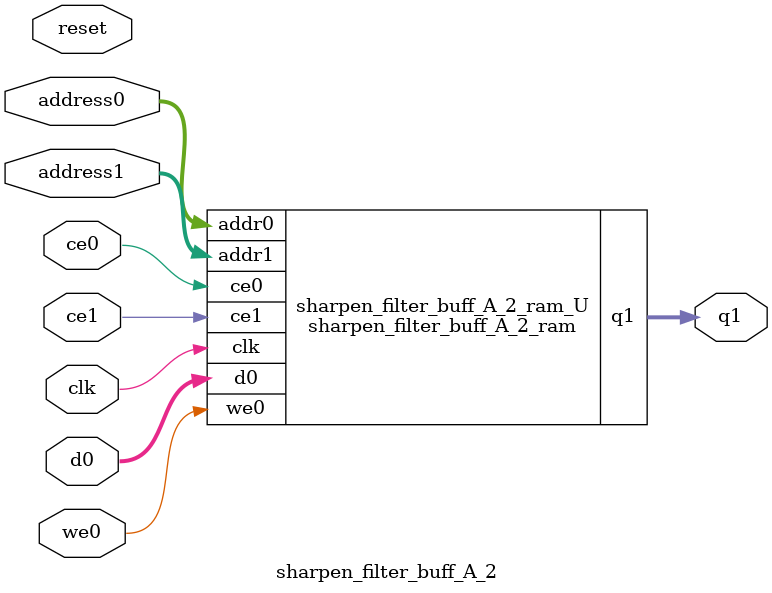
<source format=v>

`timescale 1 ns / 1 ps
module sharpen_filter_buff_A_2_ram (addr0, ce0, d0, we0, addr1, ce1, q1,  clk);

parameter DWIDTH = 8;
parameter AWIDTH = 11;
parameter MEM_SIZE = 1920;

input[AWIDTH-1:0] addr0;
input ce0;
input[DWIDTH-1:0] d0;
input we0;
input[AWIDTH-1:0] addr1;
input ce1;
output reg[DWIDTH-1:0] q1;
input clk;

(* ram_style = "block" *)reg [DWIDTH-1:0] ram[MEM_SIZE-1:0];




always @(posedge clk)  
begin 
    if (ce0) 
    begin
        if (we0) 
        begin 
            ram[addr0] <= d0; 
        end 
    end
end


always @(posedge clk)  
begin 
    if (ce1) 
    begin
            q1 <= ram[addr1];
    end
end


endmodule


`timescale 1 ns / 1 ps
module sharpen_filter_buff_A_2(
    reset,
    clk,
    address0,
    ce0,
    we0,
    d0,
    address1,
    ce1,
    q1);

parameter DataWidth = 32'd8;
parameter AddressRange = 32'd1920;
parameter AddressWidth = 32'd11;
input reset;
input clk;
input[AddressWidth - 1:0] address0;
input ce0;
input we0;
input[DataWidth - 1:0] d0;
input[AddressWidth - 1:0] address1;
input ce1;
output[DataWidth - 1:0] q1;



sharpen_filter_buff_A_2_ram sharpen_filter_buff_A_2_ram_U(
    .clk( clk ),
    .addr0( address0 ),
    .ce0( ce0 ),
    .d0( d0 ),
    .we0( we0 ),
    .addr1( address1 ),
    .ce1( ce1 ),
    .q1( q1 ));

endmodule


</source>
